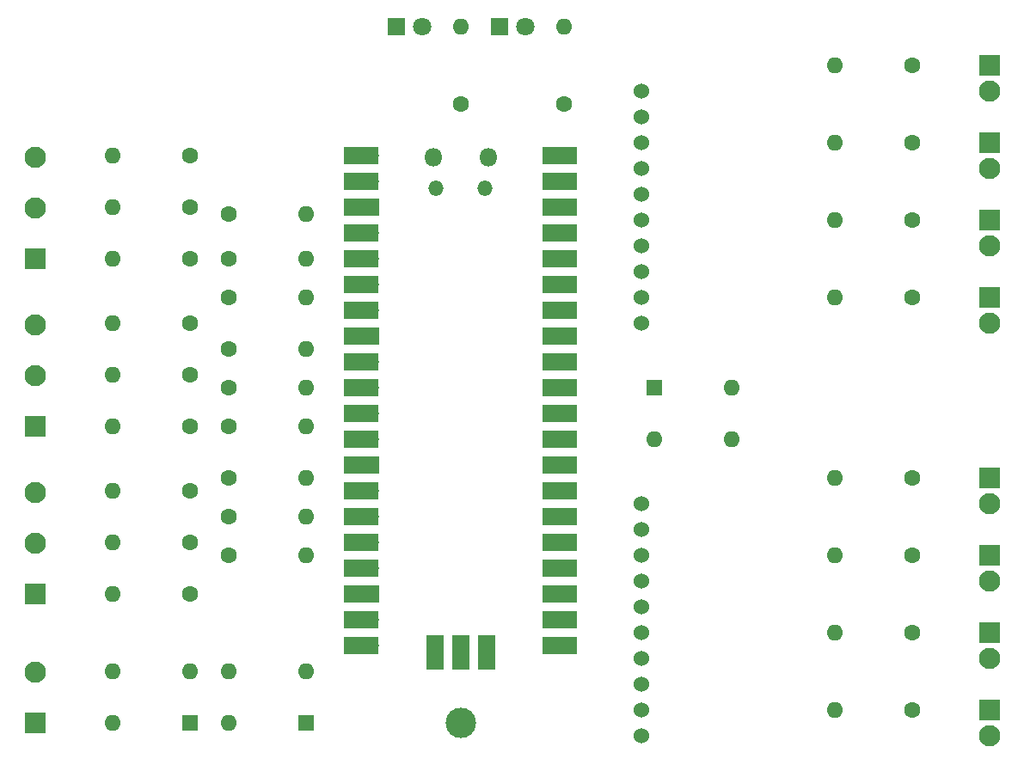
<source format=gts>
G04 #@! TF.GenerationSoftware,KiCad,Pcbnew,5.1.9+dfsg1-1*
G04 #@! TF.CreationDate,2022-01-29T15:43:47+01:00*
G04 #@! TF.ProjectId,rogue_sensors,726f6775-655f-4736-956e-736f72732e6b,v01*
G04 #@! TF.SameCoordinates,Original*
G04 #@! TF.FileFunction,Soldermask,Top*
G04 #@! TF.FilePolarity,Negative*
%FSLAX46Y46*%
G04 Gerber Fmt 4.6, Leading zero omitted, Abs format (unit mm)*
G04 Created by KiCad (PCBNEW 5.1.9+dfsg1-1) date 2022-01-29 15:43:47*
%MOMM*%
%LPD*%
G01*
G04 APERTURE LIST*
%ADD10C,1.600000*%
%ADD11O,1.600000X1.600000*%
%ADD12O,1.700000X1.700000*%
%ADD13R,1.700000X1.700000*%
%ADD14R,3.500000X1.700000*%
%ADD15O,1.800000X1.800000*%
%ADD16O,1.500000X1.500000*%
%ADD17R,1.700000X3.500000*%
%ADD18C,3.000000*%
%ADD19R,1.800000X1.800000*%
%ADD20C,1.800000*%
%ADD21C,2.100000*%
%ADD22R,2.100000X2.100000*%
%ADD23R,1.600000X1.600000*%
%ADD24C,1.524000*%
G04 APERTURE END LIST*
D10*
G04 #@! TO.C,R26*
X106680000Y-69850000D03*
D11*
X99060000Y-69850000D03*
G04 #@! TD*
D12*
G04 #@! TO.C,U1*
X53340000Y-30480000D03*
X53340000Y-33020000D03*
D13*
X53340000Y-35560000D03*
D12*
X53340000Y-38100000D03*
X53340000Y-40640000D03*
X53340000Y-43180000D03*
X53340000Y-45720000D03*
D13*
X53340000Y-48260000D03*
D12*
X53340000Y-50800000D03*
X53340000Y-53340000D03*
X53340000Y-55880000D03*
X53340000Y-58420000D03*
D13*
X53340000Y-60960000D03*
D12*
X53340000Y-63500000D03*
X53340000Y-66040000D03*
X53340000Y-68580000D03*
X53340000Y-71120000D03*
D13*
X53340000Y-73660000D03*
D12*
X53340000Y-76200000D03*
X53340000Y-78740000D03*
X71120000Y-78740000D03*
X71120000Y-76200000D03*
D13*
X71120000Y-73660000D03*
D12*
X71120000Y-71120000D03*
X71120000Y-68580000D03*
X71120000Y-66040000D03*
X71120000Y-63500000D03*
D13*
X71120000Y-60960000D03*
D12*
X71120000Y-58420000D03*
X71120000Y-55880000D03*
X71120000Y-53340000D03*
X71120000Y-50800000D03*
D13*
X71120000Y-48260000D03*
D12*
X71120000Y-45720000D03*
X71120000Y-43180000D03*
X71120000Y-40640000D03*
X71120000Y-38100000D03*
D13*
X71120000Y-35560000D03*
D12*
X71120000Y-33020000D03*
X71120000Y-30480000D03*
D14*
X52440000Y-30480000D03*
X52440000Y-33020000D03*
X52440000Y-35560000D03*
X52440000Y-38100000D03*
X52440000Y-40640000D03*
X52440000Y-43180000D03*
X52440000Y-45720000D03*
X52440000Y-48260000D03*
X52440000Y-50800000D03*
X52440000Y-53340000D03*
X52440000Y-55880000D03*
X52440000Y-58420000D03*
X52440000Y-60960000D03*
X52440000Y-63500000D03*
X52440000Y-66040000D03*
X52440000Y-68580000D03*
X52440000Y-71120000D03*
X52440000Y-73660000D03*
X52440000Y-76200000D03*
X52440000Y-78740000D03*
X72020000Y-30480000D03*
X72020000Y-33020000D03*
X72020000Y-35560000D03*
X72020000Y-38100000D03*
X72020000Y-40640000D03*
X72020000Y-43180000D03*
X72020000Y-45720000D03*
X72020000Y-48260000D03*
X72020000Y-50800000D03*
X72020000Y-53340000D03*
X72020000Y-55880000D03*
X72020000Y-58420000D03*
X72020000Y-60960000D03*
X72020000Y-63500000D03*
X72020000Y-66040000D03*
X72020000Y-68580000D03*
X72020000Y-71120000D03*
X72020000Y-73660000D03*
X72020000Y-76200000D03*
X72020000Y-78740000D03*
D15*
X59505000Y-30610000D03*
X64955000Y-30610000D03*
D16*
X59805000Y-33640000D03*
X64655000Y-33640000D03*
D17*
X59690000Y-79410000D03*
D12*
X59690000Y-78510000D03*
D17*
X62230000Y-79410000D03*
D13*
X62230000Y-78510000D03*
D17*
X64770000Y-79410000D03*
D12*
X64770000Y-78510000D03*
G04 #@! TD*
D18*
G04 #@! TO.C,J5*
X62230000Y-86360000D03*
G04 #@! TD*
D19*
G04 #@! TO.C,D1*
X66040000Y-17780000D03*
D20*
X68580000Y-17780000D03*
G04 #@! TD*
G04 #@! TO.C,D2*
X58420000Y-17780000D03*
D19*
X55880000Y-17780000D03*
G04 #@! TD*
D21*
G04 #@! TO.C,J1*
X20320000Y-30640000D03*
X20320000Y-35640000D03*
D22*
X20320000Y-40640000D03*
G04 #@! TD*
G04 #@! TO.C,J2*
X20320000Y-57150000D03*
D21*
X20320000Y-52150000D03*
X20320000Y-47150000D03*
G04 #@! TD*
D22*
G04 #@! TO.C,J3*
X20320000Y-73660000D03*
D21*
X20320000Y-68660000D03*
X20320000Y-63660000D03*
G04 #@! TD*
D22*
G04 #@! TO.C,J4*
X20320000Y-86360000D03*
D21*
X20320000Y-81360000D03*
G04 #@! TD*
D22*
G04 #@! TO.C,J6*
X114300000Y-21590000D03*
D21*
X114300000Y-24130000D03*
G04 #@! TD*
G04 #@! TO.C,J7*
X114300000Y-31750000D03*
D22*
X114300000Y-29210000D03*
G04 #@! TD*
G04 #@! TO.C,J8*
X114300000Y-36830000D03*
D21*
X114300000Y-39370000D03*
G04 #@! TD*
G04 #@! TO.C,J9*
X114300000Y-46990000D03*
D22*
X114300000Y-44450000D03*
G04 #@! TD*
G04 #@! TO.C,J10*
X114300000Y-62230000D03*
D21*
X114300000Y-64770000D03*
G04 #@! TD*
G04 #@! TO.C,J11*
X114300000Y-72390000D03*
D22*
X114300000Y-69850000D03*
G04 #@! TD*
G04 #@! TO.C,J12*
X114300000Y-77470000D03*
D21*
X114300000Y-80010000D03*
G04 #@! TD*
G04 #@! TO.C,J13*
X114300000Y-87630000D03*
D22*
X114300000Y-85090000D03*
G04 #@! TD*
D11*
G04 #@! TO.C,R1*
X46990000Y-36195000D03*
D10*
X39370000Y-36195000D03*
G04 #@! TD*
G04 #@! TO.C,R2*
X39370000Y-40640000D03*
D11*
X46990000Y-40640000D03*
G04 #@! TD*
G04 #@! TO.C,R3*
X46990000Y-44450000D03*
D10*
X39370000Y-44450000D03*
G04 #@! TD*
G04 #@! TO.C,R4*
X39370000Y-49530000D03*
D11*
X46990000Y-49530000D03*
G04 #@! TD*
G04 #@! TO.C,R5*
X46990000Y-53340000D03*
D10*
X39370000Y-53340000D03*
G04 #@! TD*
G04 #@! TO.C,R6*
X39370000Y-57150000D03*
D11*
X46990000Y-57150000D03*
G04 #@! TD*
G04 #@! TO.C,R7*
X46990000Y-62230000D03*
D10*
X39370000Y-62230000D03*
G04 #@! TD*
G04 #@! TO.C,R8*
X39370000Y-66040000D03*
D11*
X46990000Y-66040000D03*
G04 #@! TD*
G04 #@! TO.C,R9*
X46990000Y-69850000D03*
D10*
X39370000Y-69850000D03*
G04 #@! TD*
D11*
G04 #@! TO.C,R10*
X27940000Y-30480000D03*
D10*
X35560000Y-30480000D03*
G04 #@! TD*
G04 #@! TO.C,R11*
X35560000Y-35560000D03*
D11*
X27940000Y-35560000D03*
G04 #@! TD*
D10*
G04 #@! TO.C,R12*
X35560000Y-40640000D03*
D11*
X27940000Y-40640000D03*
G04 #@! TD*
G04 #@! TO.C,R13*
X27940000Y-46990000D03*
D10*
X35560000Y-46990000D03*
G04 #@! TD*
G04 #@! TO.C,R14*
X35560000Y-52070000D03*
D11*
X27940000Y-52070000D03*
G04 #@! TD*
D10*
G04 #@! TO.C,R15*
X35560000Y-57150000D03*
D11*
X27940000Y-57150000D03*
G04 #@! TD*
G04 #@! TO.C,R16*
X27940000Y-63500000D03*
D10*
X35560000Y-63500000D03*
G04 #@! TD*
G04 #@! TO.C,R17*
X35560000Y-68580000D03*
D11*
X27940000Y-68580000D03*
G04 #@! TD*
G04 #@! TO.C,R18*
X27940000Y-73660000D03*
D10*
X35560000Y-73660000D03*
G04 #@! TD*
D11*
G04 #@! TO.C,R19*
X72390000Y-17780000D03*
D10*
X72390000Y-25400000D03*
G04 #@! TD*
G04 #@! TO.C,R20*
X62230000Y-25400000D03*
D11*
X62230000Y-17780000D03*
G04 #@! TD*
G04 #@! TO.C,R21*
X99060000Y-21590000D03*
D10*
X106680000Y-21590000D03*
G04 #@! TD*
G04 #@! TO.C,R22*
X106680000Y-29210000D03*
D11*
X99060000Y-29210000D03*
G04 #@! TD*
G04 #@! TO.C,R23*
X99060000Y-36830000D03*
D10*
X106680000Y-36830000D03*
G04 #@! TD*
G04 #@! TO.C,R24*
X106680000Y-44450000D03*
D11*
X99060000Y-44450000D03*
G04 #@! TD*
G04 #@! TO.C,R25*
X99060000Y-62230000D03*
D10*
X106680000Y-62230000D03*
G04 #@! TD*
D11*
G04 #@! TO.C,R27*
X99060000Y-77470000D03*
D10*
X106680000Y-77470000D03*
G04 #@! TD*
G04 #@! TO.C,R28*
X106680000Y-85090000D03*
D11*
X99060000Y-85090000D03*
G04 #@! TD*
G04 #@! TO.C,SW1*
X39370000Y-86360000D03*
X46990000Y-81280000D03*
X39370000Y-81280000D03*
D23*
X46990000Y-86360000D03*
G04 #@! TD*
G04 #@! TO.C,SW2*
X35560000Y-86360000D03*
D11*
X27940000Y-81280000D03*
X35560000Y-81280000D03*
X27940000Y-86360000D03*
G04 #@! TD*
G04 #@! TO.C,SW3*
X88900000Y-53340000D03*
X81280000Y-58420000D03*
X88900000Y-58420000D03*
D23*
X81280000Y-53340000D03*
G04 #@! TD*
D24*
G04 #@! TO.C,U2*
X80010000Y-46990000D03*
X80010000Y-44450000D03*
X80010000Y-41910000D03*
X80010000Y-39370000D03*
X80010000Y-36830000D03*
X80010000Y-34290000D03*
X80010000Y-31750000D03*
X80010000Y-29210000D03*
X80010000Y-26670000D03*
X80010000Y-24130000D03*
G04 #@! TD*
G04 #@! TO.C,U3*
X80010000Y-64770000D03*
X80010000Y-67310000D03*
X80010000Y-69850000D03*
X80010000Y-72390000D03*
X80010000Y-74930000D03*
X80010000Y-77470000D03*
X80010000Y-80010000D03*
X80010000Y-82550000D03*
X80010000Y-85090000D03*
X80010000Y-87630000D03*
G04 #@! TD*
M02*

</source>
